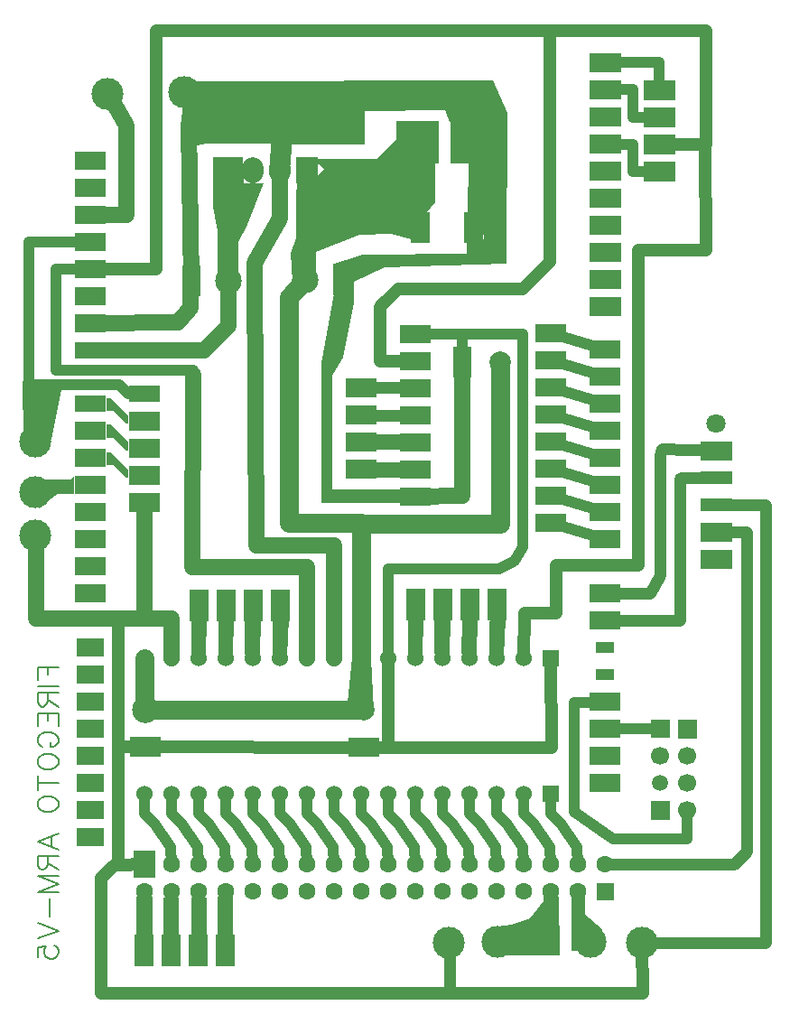
<source format=gbl>
G04 Layer: BottomLayer*
G04 EasyEDA v6.4.17, 2021-03-30T11:05:58--3:00*
G04 e54f85b4d2414f64907e96423a573e64,e32968b322094deeae1279e20ae9dd51,10*
G04 Gerber Generator version 0.2*
G04 Scale: 100 percent, Rotated: No, Reflected: No *
G04 Dimensions in millimeters *
G04 leading zeros omitted , absolute positions ,4 integer and 5 decimal *
%FSLAX45Y45*%
%MOMM*%

%ADD11C,1.1000*%
%ADD12C,1.2000*%
%ADD14C,3.0000*%
%ADD15C,2.5000*%
%ADD16R,1.8000X2.9000*%
%ADD18R,2.9000X1.5000*%
%ADD19R,2.9000X1.8000*%
%ADD20R,1.8000X1.1000*%
%ADD21R,2.5000X1.8000*%
%ADD22C,1.8000*%
%ADD24C,1.7000*%
%ADD27C,1.5000*%
%ADD28C,2.0000*%
%ADD30C,1.5240*%
%ADD33C,1.6000*%
%ADD34C,1.0000*%
%ADD35C,0.2032*%

%LPD*%
D35*
X25724302Y1866295D02*
G01*
X25918264Y1866295D01*
X25724302Y1866295D02*
G01*
X25724302Y1746222D01*
X25816664Y1866295D02*
G01*
X25816664Y1792404D01*
X25724302Y1685262D02*
G01*
X25918264Y1685262D01*
X25724302Y1624302D02*
G01*
X25918264Y1624302D01*
X25724302Y1624302D02*
G01*
X25724302Y1541175D01*
X25733537Y1513466D01*
X25742773Y1504231D01*
X25761246Y1494993D01*
X25779719Y1494993D01*
X25798193Y1504231D01*
X25807428Y1513466D01*
X25816664Y1541175D01*
X25816664Y1624302D01*
X25816664Y1559648D02*
G01*
X25918264Y1494993D01*
X25724302Y1434033D02*
G01*
X25918264Y1434033D01*
X25724302Y1434033D02*
G01*
X25724302Y1313959D01*
X25816664Y1434033D02*
G01*
X25816664Y1360142D01*
X25918264Y1434033D02*
G01*
X25918264Y1313959D01*
X25770484Y1114455D02*
G01*
X25752010Y1123690D01*
X25733537Y1142164D01*
X25724302Y1160637D01*
X25724302Y1197582D01*
X25733537Y1216055D01*
X25752010Y1234528D01*
X25770484Y1243764D01*
X25798193Y1252999D01*
X25844373Y1252999D01*
X25872084Y1243764D01*
X25890555Y1234528D01*
X25909028Y1216055D01*
X25918264Y1197582D01*
X25918264Y1160637D01*
X25909028Y1142164D01*
X25890555Y1123690D01*
X25872084Y1114455D01*
X25844373Y1114455D01*
X25844373Y1160637D02*
G01*
X25844373Y1114455D01*
X25724302Y998077D02*
G01*
X25733537Y1016551D01*
X25752010Y1035022D01*
X25770484Y1044260D01*
X25798193Y1053495D01*
X25844373Y1053495D01*
X25872084Y1044260D01*
X25890555Y1035022D01*
X25909028Y1016551D01*
X25918264Y998077D01*
X25918264Y961130D01*
X25909028Y942660D01*
X25890555Y924186D01*
X25872084Y914951D01*
X25844373Y905713D01*
X25798193Y905713D01*
X25770484Y914951D01*
X25752010Y924186D01*
X25733537Y942660D01*
X25724302Y961130D01*
X25724302Y998077D01*
X25724302Y780100D02*
G01*
X25918264Y780100D01*
X25724302Y844753D02*
G01*
X25724302Y715444D01*
X25724302Y599066D02*
G01*
X25733537Y617540D01*
X25752010Y636010D01*
X25770484Y645248D01*
X25798193Y654484D01*
X25844373Y654484D01*
X25872084Y645248D01*
X25890555Y636010D01*
X25909028Y617540D01*
X25918264Y599066D01*
X25918264Y562119D01*
X25909028Y543648D01*
X25890555Y525175D01*
X25872084Y515940D01*
X25844373Y506702D01*
X25798193Y506702D01*
X25770484Y515940D01*
X25752010Y525175D01*
X25733537Y543648D01*
X25724302Y562119D01*
X25724302Y599066D01*
X25724302Y229610D02*
G01*
X25918264Y303502D01*
X25724302Y229610D02*
G01*
X25918264Y155719D01*
X25853610Y275793D02*
G01*
X25853610Y183431D01*
X25724302Y94759D02*
G01*
X25918264Y94759D01*
X25724302Y94759D02*
G01*
X25724302Y11633D01*
X25733537Y-16075D01*
X25742773Y-25311D01*
X25761246Y-34549D01*
X25779719Y-34549D01*
X25798193Y-25311D01*
X25807428Y-16075D01*
X25816664Y11633D01*
X25816664Y94759D01*
X25816664Y30106D02*
G01*
X25918264Y-34549D01*
X25724302Y-95509D02*
G01*
X25918264Y-95509D01*
X25724302Y-95509D02*
G01*
X25918264Y-169400D01*
X25724302Y-243288D02*
G01*
X25918264Y-169400D01*
X25724302Y-243288D02*
G01*
X25918264Y-243288D01*
X25835137Y-304248D02*
G01*
X25835137Y-470504D01*
X25724302Y-531464D02*
G01*
X25918264Y-605355D01*
X25724302Y-679246D02*
G01*
X25918264Y-605355D01*
X25724302Y-851042D02*
G01*
X25724302Y-758680D01*
X25807428Y-749442D01*
X25798193Y-758680D01*
X25788955Y-786389D01*
X25788955Y-814097D01*
X25798193Y-841806D01*
X25816664Y-860280D01*
X25844373Y-869515D01*
X25862846Y-869515D01*
X25890555Y-860280D01*
X25909028Y-841806D01*
X25918264Y-814097D01*
X25918264Y-786389D01*
X25909028Y-758680D01*
X25899793Y-749442D01*
X25881319Y-740206D01*
G36*
X26369264Y4389780D02*
G01*
X26369264Y4270451D01*
X26371854Y4267860D01*
X26432764Y4267860D01*
X26554633Y4145991D01*
X26572464Y4145991D01*
X26572464Y4229760D01*
X26412444Y4389780D01*
G37*
G36*
X26062431Y3655110D02*
G01*
X26033323Y3626002D01*
X25688645Y3626002D01*
X25664871Y3610914D01*
X25796544Y3551174D01*
X25798424Y3491941D01*
X25797764Y3481679D01*
X25735381Y3356203D01*
X25816458Y3418687D01*
X25920954Y3493617D01*
X25922732Y3491788D01*
X26062431Y3491788D01*
G37*
G36*
X27238960Y2331974D02*
G01*
X27164944Y2300986D01*
X27163877Y1984959D01*
X27250237Y1997710D01*
X27302256Y1973630D01*
X27312416Y2318258D01*
X27287067Y2303780D01*
X27256232Y2316480D01*
G37*
G36*
X30499812Y-289204D02*
G01*
X30340350Y-492404D01*
X30170424Y-550621D01*
X29969409Y-579120D01*
X29976826Y-670509D01*
X30166106Y-577443D01*
X30176215Y-577596D01*
X30198110Y-575919D01*
X30540452Y-663498D01*
G37*
G36*
X30842153Y-443128D02*
G01*
X30840832Y-525729D01*
X30828132Y-641197D01*
X30954624Y-650240D01*
X31030113Y-596849D01*
G37*
G36*
X27491944Y2334666D02*
G01*
X27417928Y2303678D01*
X27416861Y1987702D01*
X27503272Y2000402D01*
X27555240Y1976323D01*
X27565451Y2321001D01*
X27540051Y2306472D01*
X27509266Y2319172D01*
G37*
G36*
X27743454Y2330907D02*
G01*
X27669439Y2299919D01*
X27668372Y1983892D01*
X27754732Y1996592D01*
X27806751Y1972513D01*
X27816962Y2317191D01*
X27791562Y2302713D01*
X27760777Y2315413D01*
G37*
G36*
X28004668Y2333701D02*
G01*
X27930652Y2302713D01*
X27929535Y1986686D01*
X28015946Y1999386D01*
X28067965Y1975307D01*
X28078125Y2319985D01*
X28052725Y2305507D01*
X28021940Y2318207D01*
G37*
G36*
X29271569Y2334260D02*
G01*
X29197553Y2303272D01*
X29196436Y1987296D01*
X29282847Y1999996D01*
X29334866Y1975916D01*
X29345026Y2320594D01*
X29319626Y2306066D01*
X29288841Y2318766D01*
G37*
G36*
X29521759Y2334260D02*
G01*
X29447744Y2303272D01*
X29446677Y1987296D01*
X29533037Y1999996D01*
X29585056Y1975916D01*
X29595267Y2320594D01*
X29569867Y2306066D01*
X29539082Y2318766D01*
G37*
G36*
X29777080Y2335580D02*
G01*
X29703064Y2304592D01*
X29701947Y1988616D01*
X29788358Y2001316D01*
X29840377Y1977237D01*
X29850537Y2321915D01*
X29825137Y2307386D01*
X29794352Y2320086D01*
G37*
G36*
X30035753Y2329383D02*
G01*
X29961738Y2298395D01*
X29960671Y1982419D01*
X30047031Y1995119D01*
X30099050Y1971039D01*
X30109261Y2315667D01*
X30083861Y2301189D01*
X30053076Y2313889D01*
G37*
G36*
X26370026Y4138015D02*
G01*
X26370026Y4018686D01*
X26372667Y4016095D01*
X26433526Y4016095D01*
X26555446Y3894175D01*
X26573226Y3894175D01*
X26573226Y3977995D01*
X26413256Y4138015D01*
G37*
G36*
X26372464Y3881069D02*
G01*
X26372464Y3761790D01*
X26375055Y3759200D01*
X26435964Y3759200D01*
X26557833Y3637279D01*
X26575664Y3637279D01*
X26575664Y3721100D01*
X26415644Y3881069D01*
G37*
G36*
X28671418Y1958492D02*
G01*
X28628441Y1534515D01*
X28786531Y1540967D01*
X28876142Y1468678D01*
X28850742Y1949196D01*
X28817773Y1900377D01*
X28780638Y1887677D01*
X28748075Y1887931D01*
G37*
G36*
X29991862Y7365187D02*
G01*
X27180743Y7361580D01*
X27123948Y7282078D01*
X27219554Y7222896D01*
X27173072Y6998309D01*
X27178050Y6744868D01*
X27313331Y6777888D01*
X27446122Y6775297D01*
X27908453Y6770878D01*
X27907081Y6581190D01*
X28102153Y6569506D01*
X28103779Y6768947D01*
X28790646Y6768185D01*
X28794049Y7080503D01*
X29543959Y7084212D01*
X29588358Y6975094D01*
X29989119Y6959396D01*
X29975556Y6603593D01*
X29764329Y6602577D01*
X29761434Y6119114D01*
X29892142Y6113881D01*
X29900321Y5964275D01*
X29907077Y5879693D01*
X29745330Y5877712D01*
X29749445Y5742279D01*
X28775152Y5731611D01*
X28479750Y5641492D01*
X28654552Y5626912D01*
X28667049Y5402072D01*
X28500832Y5365496D01*
X28385465Y4715306D01*
X28389834Y3407105D01*
X29128059Y3407460D01*
X29130853Y3528669D01*
X28485947Y3528720D01*
X28489757Y4595114D01*
X28586836Y4765497D01*
X28687725Y5276088D01*
X28688944Y5479389D01*
X28976726Y5617413D01*
X30123231Y5647690D01*
X30133036Y7062419D01*
G37*
G36*
X27649068Y6647484D02*
G01*
X27366366Y6646214D01*
X27367280Y6181699D01*
X27415032Y5949594D01*
X27410867Y5556554D01*
X27603754Y5576011D01*
X27609850Y5849416D01*
X27684679Y5995771D01*
X27840177Y6400190D01*
X27657348Y6402171D01*
G37*
G36*
X29121049Y6839864D02*
G01*
X28905708Y6634175D01*
X28303474Y6629349D01*
X28411627Y6538264D01*
X28327451Y6454495D01*
X28237230Y6425590D01*
X28154376Y6491071D01*
X28153055Y6178956D01*
X28151277Y5887872D01*
X28100070Y5747816D01*
X28112262Y5481218D01*
X28168041Y5584799D01*
X28333953Y5537809D01*
X28335579Y5758789D01*
X28744468Y5918809D01*
X29035857Y5923788D01*
X29233520Y5876798D01*
X29242461Y6117386D01*
X29371645Y6124295D01*
X29449979Y6225082D01*
X29449166Y6593992D01*
X29096919Y6622897D01*
G37*
G36*
X25587350Y4545584D02*
G01*
X25589636Y4009390D01*
X25703174Y4106824D01*
X25755142Y4082694D01*
X25850850Y3992778D01*
X25946557Y4475175D01*
X25753466Y4497578D01*
G37*
D22*
X28229559Y5498845D02*
G01*
X28077144Y5336390D01*
X28080715Y5092700D01*
X28080715Y3217418D01*
X28760674Y3217418D01*
D34*
X29268420Y4990084D02*
G01*
X30274768Y4990084D01*
X30276538Y2986095D01*
X30197739Y2862193D01*
X30055840Y2784094D01*
X29009340Y2787395D01*
X29011242Y1943496D01*
X29011542Y1945794D01*
X29708939Y4726782D02*
G01*
X29708939Y4990084D01*
D27*
X29268420Y3466084D02*
G01*
X29708856Y3468115D01*
X29708856Y4726686D01*
X26728450Y3411585D02*
G01*
X26725145Y2321295D01*
X26984147Y2321295D01*
X26981348Y1944893D01*
D12*
X26482791Y2321542D02*
G01*
X26481747Y12999D01*
X26728455Y15410D01*
X26732229Y1118870D02*
G01*
X26500447Y1121397D01*
X26732229Y1118870D02*
G01*
X28783534Y1112265D01*
X26481747Y12999D02*
G01*
X26446045Y12999D01*
X26322746Y-110299D01*
X26322746Y-1192197D01*
X31402736Y-1192197D01*
X31391837Y-720097D01*
X31393122Y-721319D01*
D11*
X32089343Y3385820D02*
G01*
X32553909Y3385820D01*
X32553909Y-722376D01*
X31393129Y-721360D01*
X29584141Y-718820D02*
G01*
X29584141Y-1192276D01*
X31046420Y15494D02*
G01*
X32254190Y15494D01*
X32375093Y136144D01*
X32375093Y3128518D01*
X32371791Y3131820D01*
X32089343Y3131820D01*
X31046529Y2555300D02*
G01*
X31470942Y2555300D01*
X31565237Y2729494D01*
X31560536Y3862191D01*
X31579538Y3913792D01*
X32089343Y3893779D01*
X31046529Y2301300D02*
G01*
X31749936Y2301300D01*
X31749936Y3636393D01*
X31753322Y3639779D01*
X32089343Y3639779D01*
D12*
X29268420Y4736084D02*
G01*
X28933140Y4736084D01*
X28933140Y5241544D01*
X28980638Y5289042D01*
X28983940Y5289042D01*
X29109161Y5414263D01*
X30270958Y5414263D01*
X30524958Y5668263D01*
X30524958Y7835900D01*
X26220648Y5600484D02*
G01*
X26834645Y5600484D01*
X26834645Y7835884D01*
X31990835Y7835884D01*
X31990835Y6763885D01*
D34*
X26220674Y5600445D02*
G01*
X25893013Y5600445D01*
X25893013Y4653026D01*
X27183334Y4653026D01*
X26728420Y4427473D02*
G01*
X26575765Y4427473D01*
X26493470Y4510023D01*
X25639013Y4510023D01*
X25639013Y5854445D01*
X26220674Y5854445D01*
D27*
X27174545Y2802295D02*
G01*
X27183445Y4607389D01*
X28251348Y1944893D02*
G01*
X28251348Y2802295D01*
X27174545Y2802295D01*
X26220674Y5092445D02*
G01*
X27042872Y5101589D01*
X27160982Y5236210D01*
X27164029Y5484876D01*
X27166824Y7145020D02*
G01*
X27141424Y6931405D01*
X27164029Y5484876D01*
D12*
X29013404Y1944878D02*
G01*
X29014165Y1115060D01*
X30537404Y1944878D02*
G01*
X30544515Y1109218D01*
X28783534Y1112265D01*
D27*
X25711404Y2973831D02*
G01*
X25709148Y2322296D01*
X26725118Y2321305D01*
D34*
X30536344Y3468786D02*
G01*
X31046435Y3317382D01*
D27*
X26220648Y6108484D02*
G01*
X26553147Y6106787D01*
X26554945Y6944586D01*
X26448748Y7141585D01*
D34*
X31047949Y6771881D02*
G01*
X31305136Y6768185D01*
X31305136Y6509186D01*
X31555827Y6510677D01*
X31047943Y7279894D02*
G01*
X31304229Y7279894D01*
X31305500Y7019544D01*
X31555943Y7018781D01*
X31047949Y7533881D02*
G01*
X31553536Y7533083D01*
X31555827Y7272677D01*
X29269850Y676097D02*
G01*
X29270104Y490677D01*
X29359258Y394411D01*
X29513451Y176248D01*
X29522326Y15443D01*
X30539850Y676097D02*
G01*
X30540104Y490677D01*
X30629258Y394411D01*
X30783451Y176248D01*
X30792326Y15443D01*
X30285850Y676097D02*
G01*
X30286104Y490677D01*
X30375258Y394411D01*
X30529451Y176248D01*
X30538326Y15443D01*
X30031850Y676097D02*
G01*
X30032104Y490677D01*
X30121258Y394411D01*
X30275451Y176248D01*
X30284326Y15443D01*
X29777850Y676097D02*
G01*
X29778104Y490677D01*
X29867258Y394411D01*
X30021451Y176248D01*
X30030326Y15443D01*
X29523850Y676097D02*
G01*
X29524104Y490677D01*
X29613258Y394411D01*
X29767451Y176248D01*
X29776326Y15443D01*
X29015850Y676097D02*
G01*
X29016104Y490677D01*
X29105258Y394411D01*
X29259451Y176248D01*
X29268326Y15443D01*
X28761850Y676097D02*
G01*
X28762104Y490677D01*
X28851258Y394411D01*
X29005451Y176248D01*
X29014326Y15443D01*
X28507850Y676097D02*
G01*
X28508104Y490677D01*
X28597258Y394411D01*
X28751451Y176248D01*
X28760326Y15443D01*
X28253850Y676097D02*
G01*
X28254104Y490677D01*
X28343258Y394411D01*
X28497451Y176248D01*
X28506326Y15443D01*
X27999850Y676097D02*
G01*
X28000104Y490677D01*
X28089258Y394411D01*
X28243451Y176248D01*
X28252326Y15443D01*
X27745850Y676097D02*
G01*
X27746104Y490677D01*
X27835258Y394411D01*
X27989451Y176248D01*
X27998326Y15443D01*
X27491850Y676097D02*
G01*
X27492104Y490677D01*
X27581258Y394411D01*
X27735451Y176248D01*
X27744326Y15443D01*
X27237850Y676097D02*
G01*
X27238104Y490677D01*
X27327258Y394411D01*
X27481451Y176248D01*
X27490326Y15443D01*
X26983850Y676097D02*
G01*
X26984104Y490677D01*
X27073258Y394411D01*
X27227451Y176248D01*
X27236326Y15443D01*
X26729943Y676147D02*
G01*
X26730198Y490728D01*
X26819352Y394462D01*
X26973545Y176298D01*
X26982420Y15494D01*
X30536344Y3214786D02*
G01*
X31046435Y3063382D01*
X30536344Y3722786D02*
G01*
X31046435Y3571382D01*
X30536344Y3976786D02*
G01*
X31046435Y3825382D01*
X30536344Y4230786D02*
G01*
X31046435Y4079382D01*
X30536344Y4484786D02*
G01*
X31046435Y4333382D01*
X30536344Y4738786D02*
G01*
X31046435Y4587382D01*
D27*
X27514041Y5484876D02*
G01*
X27514041Y5067807D01*
X27284934Y4838445D01*
X26220674Y4838445D01*
D34*
X31046420Y1539239D02*
G01*
X30753050Y1537207D01*
X30756606Y507492D01*
X31123836Y258198D01*
X31816735Y257799D01*
X31817835Y522698D01*
D12*
X30283348Y1944893D02*
G01*
X30293640Y2373294D01*
X30588137Y2369794D01*
X30589639Y2820093D01*
X31360638Y2820995D01*
X31359236Y5775787D01*
X31990235Y5775088D01*
X31981134Y6763885D01*
X31555827Y6764677D01*
D27*
X27999242Y6524086D02*
G01*
X27998343Y6070488D01*
X27762045Y5660189D01*
X27774445Y3010593D01*
X28505942Y3010593D01*
X28505348Y1944893D01*
D34*
X30536344Y4992786D02*
G01*
X31046435Y4841382D01*
X31046420Y1285239D02*
G01*
X31339027Y1284986D01*
X31561237Y1286497D01*
D22*
X26727404Y1944878D02*
G01*
X26727404Y1473707D01*
X26732229Y1468881D01*
X26732229Y1468881D02*
G01*
X28783534Y1462278D01*
X28759404Y1944878D02*
G01*
X28760674Y3212084D01*
X29268420Y3212084D01*
X30058868Y4726686D02*
G01*
X30058613Y3212084D01*
X29268420Y3212084D01*
G36*
X28902431Y4537862D02*
G01*
X29134739Y4537862D01*
X29134739Y4427270D01*
X28902431Y4427270D01*
G37*
G36*
X28900653Y4280280D02*
G01*
X29147465Y4280280D01*
X29147465Y4164177D01*
X28900653Y4164177D01*
G37*
G36*
X28891839Y4044061D02*
G01*
X29142232Y4044061D01*
X29142232Y3900754D01*
X28891839Y3900754D01*
G37*
G36*
X28880943Y3786479D02*
G01*
X29160343Y3786479D01*
X29160343Y3644976D01*
X28880943Y3644976D01*
G37*
G36*
X30465928Y-289229D02*
G01*
X30614924Y-289229D01*
X30614924Y-722731D01*
X30465928Y-722731D01*
G37*
G36*
X30090033Y-560120D02*
G01*
X30618328Y-560120D01*
X30618328Y-837819D01*
X30090033Y-837819D01*
G37*
G36*
X30729047Y-286512D02*
G01*
X30857748Y-286512D01*
X30857748Y-791108D01*
X30729047Y-791108D01*
G37*
G36*
X26651153Y-286308D02*
G01*
X26803146Y-286308D01*
X26803146Y-709421D01*
X26651153Y-709421D01*
G37*
G36*
X26906651Y-294589D02*
G01*
X27049552Y-294589D01*
X27049552Y-690498D01*
X26906651Y-690498D01*
G37*
G36*
X27166341Y-293496D02*
G01*
X27309241Y-293496D01*
X27309241Y-713003D01*
X27166341Y-713003D01*
G37*
G36*
X27414347Y-289991D02*
G01*
X27557247Y-289991D01*
X27557247Y-709498D01*
X27414347Y-709498D01*
G37*
D14*
G01*
X29584040Y-718794D03*
G01*
X30034052Y-708888D03*
G01*
X30906237Y-708507D03*
G01*
X31393129Y-721309D03*
G01*
X26380744Y7240092D03*
G01*
X27102638Y7253376D03*
G01*
X25701243Y3978300D03*
G01*
X25698450Y3509390D03*
G01*
X25701243Y3098698D03*
D15*
G01*
X28229534Y5498769D03*
D16*
G01*
X28579546Y5498795D03*
G36*
X29720941Y6132288D02*
G01*
X29900940Y6132288D01*
X29900940Y5842287D01*
X29720941Y5842287D01*
G37*
G36*
X29220942Y6132288D02*
G01*
X29400941Y6132288D01*
X29400941Y5842287D01*
X29220942Y5842287D01*
G37*
G36*
X28353318Y6399118D02*
G01*
X28153166Y6399118D01*
X28153166Y6649054D01*
X28353318Y6649054D01*
G37*
D18*
G01*
X26728445Y4427575D03*
G36*
X26873446Y3321593D02*
G01*
X26873446Y3501593D01*
X26583444Y3501593D01*
X26583444Y3321593D01*
G37*
G36*
X26873446Y3575593D02*
G01*
X26873446Y3755593D01*
X26583444Y3755593D01*
X26583444Y3575593D01*
G37*
G36*
X26873446Y3829593D02*
G01*
X26873446Y4009593D01*
X26583444Y4009593D01*
X26583444Y3829593D01*
G37*
G36*
X26873446Y4083593D02*
G01*
X26873446Y4263593D01*
X26583444Y4263593D01*
X26583444Y4083593D01*
G37*
D19*
G01*
X31046547Y777290D03*
G01*
X31046547Y2555290D03*
G01*
X31046547Y2301290D03*
D20*
G01*
X31046521Y2047290D03*
G01*
X31046521Y1793290D03*
D19*
G01*
X31046547Y1539290D03*
G01*
X31046547Y1285290D03*
G01*
X31046547Y1031290D03*
G01*
X29268547Y3212084D03*
G01*
X29268547Y4990084D03*
G01*
X29268547Y4736084D03*
G01*
X29268547Y4482084D03*
G01*
X29268547Y4228084D03*
G01*
X29268547Y3974084D03*
G01*
X29268547Y3720084D03*
G01*
X29268547Y3466084D03*
G01*
X31046445Y4841392D03*
G01*
X31046445Y3063392D03*
G01*
X31046445Y3317392D03*
G01*
X31046445Y3571392D03*
G01*
X31046445Y3825392D03*
G01*
X31046445Y4079392D03*
G01*
X31046445Y4333392D03*
G01*
X31046445Y4587392D03*
G01*
X30536337Y4992801D03*
G01*
X30536337Y3214801D03*
G01*
X30536337Y3468801D03*
G01*
X30536337Y3722801D03*
G01*
X30536337Y3976801D03*
G01*
X30536337Y4230801D03*
G01*
X30536337Y4484801D03*
G01*
X30536337Y4738801D03*
D21*
G01*
X26220648Y2047392D03*
G01*
X26220648Y269392D03*
G01*
X26220648Y523392D03*
G01*
X26220648Y777392D03*
G01*
X26220648Y1031392D03*
G01*
X26220648Y1285392D03*
G01*
X26220648Y1539392D03*
G01*
X26220648Y1793392D03*
D18*
G01*
X26220648Y4333697D03*
D19*
G01*
X26220648Y2555697D03*
G01*
X26220648Y2809697D03*
G01*
X26220648Y3063697D03*
G01*
X26220648Y3317697D03*
G01*
X26220648Y3571697D03*
G01*
X26220648Y3825697D03*
G01*
X26220648Y4079697D03*
G36*
X28903340Y4394390D02*
G01*
X28903340Y4574392D01*
X28613343Y4574392D01*
X28613343Y4394390D01*
G37*
G36*
X28903340Y3632390D02*
G01*
X28903340Y3812392D01*
X28613343Y3812392D01*
X28613343Y3632390D01*
G37*
G36*
X28903340Y3886390D02*
G01*
X28903340Y4066392D01*
X28613343Y4066392D01*
X28613343Y3886390D01*
G37*
G36*
X28903340Y4140390D02*
G01*
X28903340Y4320392D01*
X28613343Y4320392D01*
X28613343Y4140390D01*
G37*
G36*
X32234337Y2787792D02*
G01*
X32234337Y2967791D01*
X31944335Y2967791D01*
X31944335Y2787792D01*
G37*
D22*
G01*
X32089343Y4147769D03*
G36*
X32234337Y3803792D02*
G01*
X32234337Y3983791D01*
X31944335Y3983791D01*
X31944335Y3803792D01*
G37*
G36*
X32234337Y3579792D02*
G01*
X32234337Y3699791D01*
X31944335Y3699791D01*
X31944335Y3579792D01*
G37*
G36*
X32234337Y3325792D02*
G01*
X32234337Y3445791D01*
X31944335Y3445791D01*
X31944335Y3325792D01*
G37*
G36*
X32234337Y3041792D02*
G01*
X32234337Y3221791D01*
X31944335Y3221791D01*
X31944335Y3041792D01*
G37*
D24*
G01*
X31817741Y522706D03*
G36*
X31653736Y1199697D02*
G01*
X31653736Y1369697D01*
X31473736Y1369697D01*
X31473736Y1199697D01*
G37*
G36*
X31907741Y1194706D02*
G01*
X31907741Y1374706D01*
X31727741Y1374706D01*
X31727741Y1194706D01*
G37*
G01*
X31563741Y1030706D03*
G01*
X31817741Y1030706D03*
D27*
G01*
X31563741Y776706D03*
D24*
G01*
X31817741Y776706D03*
G36*
X31653741Y432706D02*
G01*
X31653741Y612706D01*
X31473741Y612706D01*
X31473741Y432706D01*
G37*
D15*
G01*
X26732357Y1468805D03*
G36*
X26587345Y1208791D02*
G01*
X26877347Y1208791D01*
X26877347Y1028788D01*
X26587345Y1028788D01*
G37*
D28*
G01*
X28783635Y1462404D03*
G36*
X28638642Y1202390D02*
G01*
X28928644Y1202390D01*
X28928644Y1022388D01*
X28638642Y1022388D01*
G37*
D15*
G01*
X27514168Y5485003D03*
D16*
G01*
X27164131Y5484977D03*
D28*
G01*
X30058944Y4726787D03*
D16*
G01*
X29708932Y4726787D03*
G36*
X31192939Y5157884D02*
G01*
X31192939Y5337881D01*
X30902937Y5337881D01*
X30902937Y5157884D01*
G37*
G36*
X31192939Y7443884D02*
G01*
X31192939Y7623881D01*
X30902937Y7623881D01*
X30902937Y7443884D01*
G37*
G36*
X31192939Y7189884D02*
G01*
X31192939Y7369881D01*
X30902937Y7369881D01*
X30902937Y7189884D01*
G37*
G36*
X31192939Y6935884D02*
G01*
X31192939Y7115881D01*
X30902937Y7115881D01*
X30902937Y6935884D01*
G37*
G36*
X31192939Y6681884D02*
G01*
X31192939Y6861881D01*
X30902937Y6861881D01*
X30902937Y6681884D01*
G37*
G36*
X31192939Y6427884D02*
G01*
X31192939Y6607881D01*
X30902937Y6607881D01*
X30902937Y6427884D01*
G37*
G36*
X31192939Y6173884D02*
G01*
X31192939Y6353881D01*
X30902937Y6353881D01*
X30902937Y6173884D01*
G37*
G36*
X31192939Y5919884D02*
G01*
X31192939Y6099881D01*
X30902937Y6099881D01*
X30902937Y5919884D01*
G37*
G36*
X31192939Y5665884D02*
G01*
X31192939Y5845881D01*
X30902937Y5845881D01*
X30902937Y5665884D01*
G37*
G36*
X31192939Y5411884D02*
G01*
X31192939Y5591881D01*
X30902937Y5591881D01*
X30902937Y5411884D01*
G37*
G36*
X29593542Y6985586D02*
G01*
X29993541Y6985586D01*
X29993541Y6585587D01*
X29593542Y6585587D01*
G37*
G36*
X29085542Y6985586D02*
G01*
X29485541Y6985586D01*
X29485541Y6585587D01*
X29085542Y6585587D01*
G37*
G36*
X29940740Y2307394D02*
G01*
X30120739Y2307394D01*
X30120739Y2597396D01*
X29940740Y2597396D01*
G37*
G36*
X29178740Y2307394D02*
G01*
X29358739Y2307394D01*
X29358739Y2597396D01*
X29178740Y2597396D01*
G37*
G36*
X29432740Y2307394D02*
G01*
X29612739Y2307394D01*
X29612739Y2597396D01*
X29432740Y2597396D01*
G37*
G36*
X29686740Y2307394D02*
G01*
X29866739Y2307394D01*
X29866739Y2597396D01*
X29686740Y2597396D01*
G37*
D30*
G01*
X26727353Y1944903D03*
G36*
X30613543Y2021095D02*
G01*
X30461143Y2021095D01*
X30461143Y1868695D01*
X30613543Y1868695D01*
G37*
G01*
X30283353Y1944903D03*
G01*
X30029353Y1944903D03*
G01*
X29775353Y1944903D03*
G01*
X29521353Y1944903D03*
G01*
X29267353Y1944903D03*
G01*
X29013353Y1944903D03*
G01*
X28759353Y1944903D03*
G01*
X28505353Y1944903D03*
G01*
X28251353Y1944903D03*
G01*
X27997353Y1944903D03*
G01*
X27743353Y1944903D03*
G01*
X27489353Y1944903D03*
G01*
X27235353Y1944903D03*
G01*
X26981353Y1944903D03*
G01*
X26729842Y676097D03*
G36*
X30616042Y752299D02*
G01*
X30463642Y752299D01*
X30463642Y599899D01*
X30616042Y599899D01*
G37*
G01*
X30285842Y676097D03*
G01*
X30031842Y676097D03*
G01*
X29777842Y676097D03*
G01*
X29523842Y676097D03*
G01*
X29269842Y676097D03*
G01*
X29015842Y676097D03*
G01*
X28761842Y676097D03*
G01*
X28507842Y676097D03*
G01*
X28253842Y676097D03*
G01*
X27999842Y676097D03*
G01*
X27745842Y676097D03*
G01*
X27491842Y676097D03*
G01*
X27237842Y676097D03*
G01*
X26983842Y676097D03*
G36*
X26628455Y140411D02*
G01*
X26828455Y140411D01*
X26828455Y-109590D01*
X26628455Y-109590D01*
G37*
G36*
X31126442Y-158600D02*
G01*
X30966443Y-158600D01*
X30966443Y-318599D01*
X31126442Y-318599D01*
G37*
D33*
G01*
X31046445Y15417D03*
G01*
X30792445Y-238582D03*
G01*
X30792445Y15417D03*
G01*
X30538445Y-238582D03*
G01*
X30538445Y15417D03*
G01*
X30284445Y-238582D03*
G01*
X30284445Y15417D03*
G01*
X30030445Y-238582D03*
G01*
X30030445Y15417D03*
G01*
X29776445Y-238582D03*
G01*
X29776445Y15417D03*
G01*
X29522445Y-238582D03*
G01*
X29522445Y15417D03*
G01*
X29268445Y-238582D03*
G01*
X29268445Y15417D03*
G01*
X29014445Y-238582D03*
G01*
X29014445Y15417D03*
G01*
X28760445Y-238582D03*
G01*
X28760445Y15417D03*
G01*
X28506445Y-238582D03*
G01*
X28506445Y15417D03*
G01*
X28252445Y-238582D03*
G01*
X28252445Y15417D03*
G01*
X27998445Y-238582D03*
G01*
X27998445Y15417D03*
G01*
X27744445Y-238582D03*
G01*
X27744445Y15417D03*
G01*
X27490445Y-238582D03*
G01*
X27490445Y15417D03*
G01*
X27236445Y-238582D03*
G01*
X27236445Y15417D03*
G01*
X26982445Y-238582D03*
G01*
X26982445Y15417D03*
G01*
X26728445Y-238582D03*
G36*
X31700838Y7182685D02*
G01*
X31700838Y7362685D01*
X31410836Y7362685D01*
X31410836Y7182685D01*
G37*
G36*
X31700838Y6420685D02*
G01*
X31700838Y6600685D01*
X31410836Y6600685D01*
X31410836Y6420685D01*
G37*
G36*
X31700838Y6674685D02*
G01*
X31700838Y6854685D01*
X31410836Y6854685D01*
X31410836Y6674685D01*
G37*
G36*
X31700838Y6928685D02*
G01*
X31700838Y7108685D01*
X31410836Y7108685D01*
X31410836Y6928685D01*
G37*
D19*
G01*
X26220648Y6616496D03*
D18*
G01*
X26220648Y4838471D03*
D19*
G01*
X26220648Y5092496D03*
G01*
X26220648Y5346496D03*
G01*
X26220648Y5600496D03*
G01*
X26220648Y5854496D03*
G01*
X26220648Y6108496D03*
G01*
X26220648Y6362496D03*
G36*
X27908044Y2297394D02*
G01*
X28088043Y2297394D01*
X28088043Y2587393D01*
X27908044Y2587393D01*
G37*
G36*
X27146044Y2297394D02*
G01*
X27326043Y2297394D01*
X27326043Y2587393D01*
X27146044Y2587393D01*
G37*
G36*
X27400044Y2297394D02*
G01*
X27580043Y2297394D01*
X27580043Y2587393D01*
X27400044Y2587393D01*
G37*
G36*
X27654044Y2297394D02*
G01*
X27834043Y2297394D01*
X27834043Y2587393D01*
X27654044Y2587393D01*
G37*
G36*
X27396346Y-936691D02*
G01*
X27576345Y-936691D01*
X27576345Y-646691D01*
X27396346Y-646691D01*
G37*
G36*
X26634346Y-936691D02*
G01*
X26814345Y-936691D01*
X26814345Y-646691D01*
X26634346Y-646691D01*
G37*
G36*
X26888346Y-936691D02*
G01*
X27068345Y-936691D01*
X27068345Y-646691D01*
X26888346Y-646691D01*
G37*
G36*
X27142346Y-936691D02*
G01*
X27322345Y-936691D01*
X27322345Y-646691D01*
X27142346Y-646691D01*
G37*
D28*
X27999232Y6499090D02*
G01*
X27999232Y6549090D01*
X27745232Y6499090D02*
G01*
X27745232Y6549090D01*
M02*

</source>
